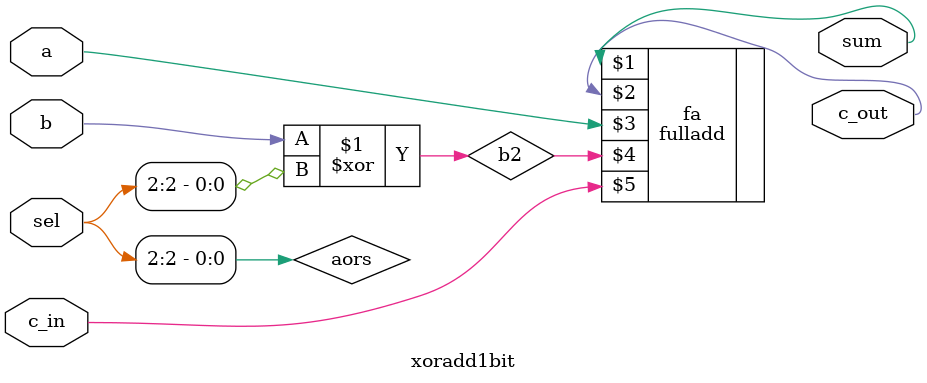
<source format=v>
module xoradd1bit( sum, c_out, a, b, c_in, sel );

output sum, c_out;
input a, b, c_in;
input [2:0] sel;

wire b2, aors;

assign aors = sel[2]; // aors = add or sub

xor( b2, b, aors );
fulladd fa( sum, c_out, a, b2, c_in );

endmodule
</source>
